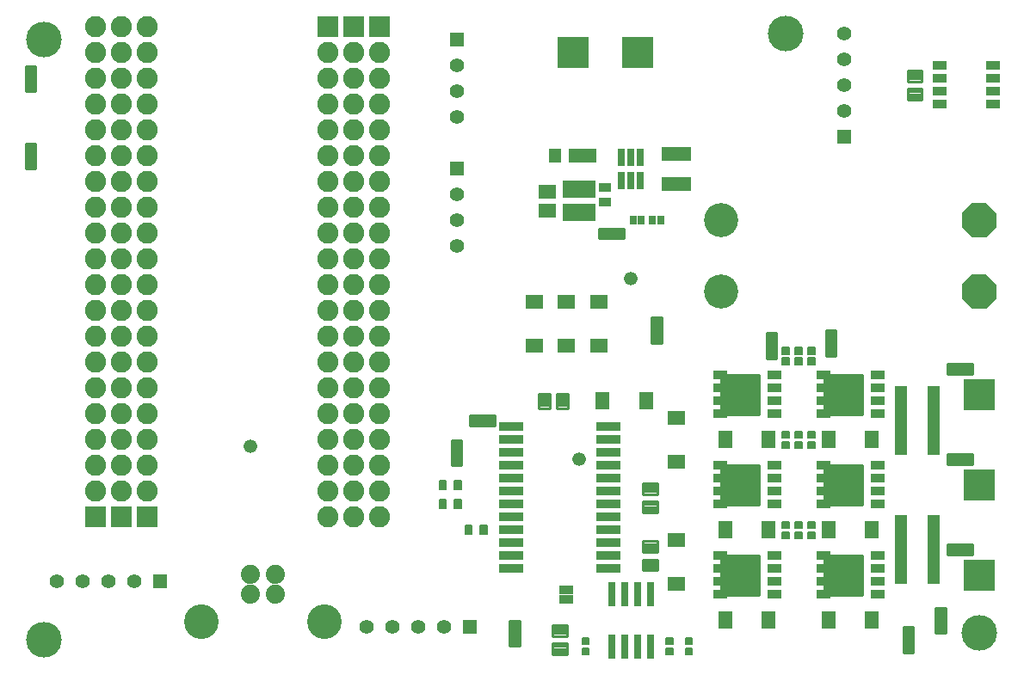
<source format=gts>
G75*
%MOIN*%
%OFA0B0*%
%FSLAX25Y25*%
%IPPOS*%
%LPD*%
%AMOC8*
5,1,8,0,0,1.08239X$1,22.5*
%
%ADD10R,0.05800X0.03300*%
%ADD11C,0.01580*%
%ADD12R,0.04737X0.26784*%
%ADD13R,0.12000X0.12000*%
%ADD14C,0.00632*%
%ADD15R,0.09658X0.03359*%
%ADD16C,0.13200*%
%ADD17OC8,0.13200*%
%ADD18C,0.01066*%
%ADD19R,0.06587X0.05800*%
%ADD20R,0.05800X0.06587*%
%ADD21R,0.03162X0.09461*%
%ADD22R,0.08200X0.08200*%
%ADD23C,0.08200*%
%ADD24R,0.04600X0.03400*%
%ADD25R,0.11400X0.05200*%
%ADD26R,0.06500X0.05200*%
%ADD27R,0.10700X0.05700*%
%ADD28R,0.05000X0.05700*%
%ADD29R,0.12800X0.06800*%
%ADD30R,0.03000X0.03200*%
%ADD31R,0.03000X0.07000*%
%ADD32C,0.00960*%
%ADD33R,0.05550X0.05550*%
%ADD34C,0.05550*%
%ADD35C,0.07400*%
%ADD36C,0.13400*%
%ADD37R,0.05300X0.03800*%
%ADD38C,0.13800*%
%ADD39C,0.05209*%
D10*
X0243833Y0055878D03*
X0243833Y0059422D03*
X0303333Y0057650D03*
X0303333Y0062650D03*
X0303333Y0067650D03*
X0303333Y0072650D03*
X0303333Y0092650D03*
X0303333Y0097650D03*
X0303333Y0102650D03*
X0303333Y0107650D03*
X0303333Y0127650D03*
X0303333Y0132650D03*
X0303333Y0137650D03*
X0303333Y0142650D03*
X0324333Y0142650D03*
X0324333Y0137650D03*
X0324333Y0132650D03*
X0324333Y0127650D03*
X0343333Y0127650D03*
X0343333Y0132650D03*
X0343333Y0137650D03*
X0343333Y0142650D03*
X0364333Y0142650D03*
X0364333Y0137650D03*
X0364333Y0132650D03*
X0364333Y0127650D03*
X0364333Y0107650D03*
X0364333Y0102650D03*
X0364333Y0097650D03*
X0364333Y0092650D03*
X0364333Y0072650D03*
X0364333Y0067650D03*
X0364333Y0062650D03*
X0364333Y0057650D03*
X0343333Y0057650D03*
X0343333Y0062650D03*
X0343333Y0067650D03*
X0343333Y0072650D03*
X0324333Y0072650D03*
X0324333Y0067650D03*
X0324333Y0062650D03*
X0324333Y0057650D03*
X0324333Y0092650D03*
X0324333Y0097650D03*
X0324333Y0102650D03*
X0324333Y0107650D03*
X0343333Y0107650D03*
X0343333Y0102650D03*
X0343333Y0097650D03*
X0343333Y0092650D03*
D11*
X0344023Y0092840D02*
X0344023Y0107460D01*
X0358243Y0107460D01*
X0358243Y0092840D01*
X0344023Y0092840D01*
X0344023Y0094419D02*
X0358243Y0094419D01*
X0358243Y0095998D02*
X0344023Y0095998D01*
X0344023Y0097577D02*
X0358243Y0097577D01*
X0358243Y0099156D02*
X0344023Y0099156D01*
X0344023Y0100735D02*
X0358243Y0100735D01*
X0358243Y0102314D02*
X0344023Y0102314D01*
X0344023Y0103893D02*
X0358243Y0103893D01*
X0358243Y0105472D02*
X0344023Y0105472D01*
X0344023Y0107051D02*
X0358243Y0107051D01*
X0344023Y0127840D02*
X0344023Y0142460D01*
X0358243Y0142460D01*
X0358243Y0127840D01*
X0344023Y0127840D01*
X0344023Y0129419D02*
X0358243Y0129419D01*
X0358243Y0130998D02*
X0344023Y0130998D01*
X0344023Y0132577D02*
X0358243Y0132577D01*
X0358243Y0134156D02*
X0344023Y0134156D01*
X0344023Y0135735D02*
X0358243Y0135735D01*
X0358243Y0137314D02*
X0344023Y0137314D01*
X0344023Y0138893D02*
X0358243Y0138893D01*
X0358243Y0140472D02*
X0344023Y0140472D01*
X0344023Y0142051D02*
X0358243Y0142051D01*
X0304023Y0142460D02*
X0304023Y0127840D01*
X0304023Y0142460D02*
X0318243Y0142460D01*
X0318243Y0127840D01*
X0304023Y0127840D01*
X0304023Y0129419D02*
X0318243Y0129419D01*
X0318243Y0130998D02*
X0304023Y0130998D01*
X0304023Y0132577D02*
X0318243Y0132577D01*
X0318243Y0134156D02*
X0304023Y0134156D01*
X0304023Y0135735D02*
X0318243Y0135735D01*
X0318243Y0137314D02*
X0304023Y0137314D01*
X0304023Y0138893D02*
X0318243Y0138893D01*
X0318243Y0140472D02*
X0304023Y0140472D01*
X0304023Y0142051D02*
X0318243Y0142051D01*
X0304023Y0107460D02*
X0304023Y0092840D01*
X0304023Y0107460D02*
X0318243Y0107460D01*
X0318243Y0092840D01*
X0304023Y0092840D01*
X0304023Y0094419D02*
X0318243Y0094419D01*
X0318243Y0095998D02*
X0304023Y0095998D01*
X0304023Y0097577D02*
X0318243Y0097577D01*
X0318243Y0099156D02*
X0304023Y0099156D01*
X0304023Y0100735D02*
X0318243Y0100735D01*
X0318243Y0102314D02*
X0304023Y0102314D01*
X0304023Y0103893D02*
X0318243Y0103893D01*
X0318243Y0105472D02*
X0304023Y0105472D01*
X0304023Y0107051D02*
X0318243Y0107051D01*
X0304023Y0072460D02*
X0304023Y0057840D01*
X0304023Y0072460D02*
X0318243Y0072460D01*
X0318243Y0057840D01*
X0304023Y0057840D01*
X0304023Y0059419D02*
X0318243Y0059419D01*
X0318243Y0060998D02*
X0304023Y0060998D01*
X0304023Y0062577D02*
X0318243Y0062577D01*
X0318243Y0064156D02*
X0304023Y0064156D01*
X0304023Y0065735D02*
X0318243Y0065735D01*
X0318243Y0067314D02*
X0304023Y0067314D01*
X0304023Y0068893D02*
X0318243Y0068893D01*
X0318243Y0070472D02*
X0304023Y0070472D01*
X0304023Y0072051D02*
X0318243Y0072051D01*
X0344023Y0072460D02*
X0344023Y0057840D01*
X0344023Y0072460D02*
X0358243Y0072460D01*
X0358243Y0057840D01*
X0344023Y0057840D01*
X0344023Y0059419D02*
X0358243Y0059419D01*
X0358243Y0060998D02*
X0344023Y0060998D01*
X0344023Y0062577D02*
X0358243Y0062577D01*
X0358243Y0064156D02*
X0344023Y0064156D01*
X0344023Y0065735D02*
X0358243Y0065735D01*
X0358243Y0067314D02*
X0344023Y0067314D01*
X0344023Y0068893D02*
X0358243Y0068893D01*
X0358243Y0070472D02*
X0344023Y0070472D01*
X0344023Y0072051D02*
X0358243Y0072051D01*
D12*
X0373534Y0075150D03*
X0386133Y0075150D03*
X0386133Y0125150D03*
X0373534Y0125150D03*
D13*
X0403833Y0135150D03*
X0403833Y0100150D03*
X0403833Y0065150D03*
X0271333Y0267650D03*
X0246333Y0267650D03*
D14*
X0327568Y0153384D02*
X0327568Y0150854D01*
X0327568Y0153384D02*
X0330098Y0153384D01*
X0330098Y0150854D01*
X0327568Y0150854D01*
X0327568Y0151485D02*
X0330098Y0151485D01*
X0330098Y0152116D02*
X0327568Y0152116D01*
X0327568Y0152747D02*
X0330098Y0152747D01*
X0330098Y0153378D02*
X0327568Y0153378D01*
X0327568Y0149446D02*
X0327568Y0146916D01*
X0327568Y0149446D02*
X0330098Y0149446D01*
X0330098Y0146916D01*
X0327568Y0146916D01*
X0327568Y0147547D02*
X0330098Y0147547D01*
X0330098Y0148178D02*
X0327568Y0148178D01*
X0327568Y0148809D02*
X0330098Y0148809D01*
X0330098Y0149440D02*
X0327568Y0149440D01*
X0332568Y0149446D02*
X0332568Y0146916D01*
X0332568Y0149446D02*
X0335098Y0149446D01*
X0335098Y0146916D01*
X0332568Y0146916D01*
X0332568Y0147547D02*
X0335098Y0147547D01*
X0335098Y0148178D02*
X0332568Y0148178D01*
X0332568Y0148809D02*
X0335098Y0148809D01*
X0335098Y0149440D02*
X0332568Y0149440D01*
X0332568Y0150854D02*
X0332568Y0153384D01*
X0335098Y0153384D01*
X0335098Y0150854D01*
X0332568Y0150854D01*
X0332568Y0151485D02*
X0335098Y0151485D01*
X0335098Y0152116D02*
X0332568Y0152116D01*
X0332568Y0152747D02*
X0335098Y0152747D01*
X0335098Y0153378D02*
X0332568Y0153378D01*
X0337568Y0153384D02*
X0337568Y0150854D01*
X0337568Y0153384D02*
X0340098Y0153384D01*
X0340098Y0150854D01*
X0337568Y0150854D01*
X0337568Y0151485D02*
X0340098Y0151485D01*
X0340098Y0152116D02*
X0337568Y0152116D01*
X0337568Y0152747D02*
X0340098Y0152747D01*
X0340098Y0153378D02*
X0337568Y0153378D01*
X0337568Y0149446D02*
X0337568Y0146916D01*
X0337568Y0149446D02*
X0340098Y0149446D01*
X0340098Y0146916D01*
X0337568Y0146916D01*
X0337568Y0147547D02*
X0340098Y0147547D01*
X0340098Y0148178D02*
X0337568Y0148178D01*
X0337568Y0148809D02*
X0340098Y0148809D01*
X0340098Y0149440D02*
X0337568Y0149440D01*
X0337568Y0120884D02*
X0337568Y0118354D01*
X0337568Y0120884D02*
X0340098Y0120884D01*
X0340098Y0118354D01*
X0337568Y0118354D01*
X0337568Y0118985D02*
X0340098Y0118985D01*
X0340098Y0119616D02*
X0337568Y0119616D01*
X0337568Y0120247D02*
X0340098Y0120247D01*
X0340098Y0120878D02*
X0337568Y0120878D01*
X0332568Y0120884D02*
X0332568Y0118354D01*
X0332568Y0120884D02*
X0335098Y0120884D01*
X0335098Y0118354D01*
X0332568Y0118354D01*
X0332568Y0118985D02*
X0335098Y0118985D01*
X0335098Y0119616D02*
X0332568Y0119616D01*
X0332568Y0120247D02*
X0335098Y0120247D01*
X0335098Y0120878D02*
X0332568Y0120878D01*
X0327568Y0120884D02*
X0327568Y0118354D01*
X0327568Y0120884D02*
X0330098Y0120884D01*
X0330098Y0118354D01*
X0327568Y0118354D01*
X0327568Y0118985D02*
X0330098Y0118985D01*
X0330098Y0119616D02*
X0327568Y0119616D01*
X0327568Y0120247D02*
X0330098Y0120247D01*
X0330098Y0120878D02*
X0327568Y0120878D01*
X0327568Y0116946D02*
X0327568Y0114416D01*
X0327568Y0116946D02*
X0330098Y0116946D01*
X0330098Y0114416D01*
X0327568Y0114416D01*
X0327568Y0115047D02*
X0330098Y0115047D01*
X0330098Y0115678D02*
X0327568Y0115678D01*
X0327568Y0116309D02*
X0330098Y0116309D01*
X0330098Y0116940D02*
X0327568Y0116940D01*
X0332568Y0116946D02*
X0332568Y0114416D01*
X0332568Y0116946D02*
X0335098Y0116946D01*
X0335098Y0114416D01*
X0332568Y0114416D01*
X0332568Y0115047D02*
X0335098Y0115047D01*
X0335098Y0115678D02*
X0332568Y0115678D01*
X0332568Y0116309D02*
X0335098Y0116309D01*
X0335098Y0116940D02*
X0332568Y0116940D01*
X0337568Y0116946D02*
X0337568Y0114416D01*
X0337568Y0116946D02*
X0340098Y0116946D01*
X0340098Y0114416D01*
X0337568Y0114416D01*
X0337568Y0115047D02*
X0340098Y0115047D01*
X0340098Y0115678D02*
X0337568Y0115678D01*
X0337568Y0116309D02*
X0340098Y0116309D01*
X0340098Y0116940D02*
X0337568Y0116940D01*
X0337568Y0085884D02*
X0337568Y0083354D01*
X0337568Y0085884D02*
X0340098Y0085884D01*
X0340098Y0083354D01*
X0337568Y0083354D01*
X0337568Y0083985D02*
X0340098Y0083985D01*
X0340098Y0084616D02*
X0337568Y0084616D01*
X0337568Y0085247D02*
X0340098Y0085247D01*
X0340098Y0085878D02*
X0337568Y0085878D01*
X0332568Y0085884D02*
X0332568Y0083354D01*
X0332568Y0085884D02*
X0335098Y0085884D01*
X0335098Y0083354D01*
X0332568Y0083354D01*
X0332568Y0083985D02*
X0335098Y0083985D01*
X0335098Y0084616D02*
X0332568Y0084616D01*
X0332568Y0085247D02*
X0335098Y0085247D01*
X0335098Y0085878D02*
X0332568Y0085878D01*
X0327568Y0085884D02*
X0327568Y0083354D01*
X0327568Y0085884D02*
X0330098Y0085884D01*
X0330098Y0083354D01*
X0327568Y0083354D01*
X0327568Y0083985D02*
X0330098Y0083985D01*
X0330098Y0084616D02*
X0327568Y0084616D01*
X0327568Y0085247D02*
X0330098Y0085247D01*
X0330098Y0085878D02*
X0327568Y0085878D01*
X0327568Y0081946D02*
X0327568Y0079416D01*
X0327568Y0081946D02*
X0330098Y0081946D01*
X0330098Y0079416D01*
X0327568Y0079416D01*
X0327568Y0080047D02*
X0330098Y0080047D01*
X0330098Y0080678D02*
X0327568Y0080678D01*
X0327568Y0081309D02*
X0330098Y0081309D01*
X0330098Y0081940D02*
X0327568Y0081940D01*
X0332568Y0081946D02*
X0332568Y0079416D01*
X0332568Y0081946D02*
X0335098Y0081946D01*
X0335098Y0079416D01*
X0332568Y0079416D01*
X0332568Y0080047D02*
X0335098Y0080047D01*
X0335098Y0080678D02*
X0332568Y0080678D01*
X0332568Y0081309D02*
X0335098Y0081309D01*
X0335098Y0081940D02*
X0332568Y0081940D01*
X0337568Y0081946D02*
X0337568Y0079416D01*
X0337568Y0081946D02*
X0340098Y0081946D01*
X0340098Y0079416D01*
X0337568Y0079416D01*
X0337568Y0080047D02*
X0340098Y0080047D01*
X0340098Y0080678D02*
X0337568Y0080678D01*
X0337568Y0081309D02*
X0340098Y0081309D01*
X0340098Y0081940D02*
X0337568Y0081940D01*
X0292598Y0040884D02*
X0292598Y0038354D01*
X0290068Y0038354D01*
X0290068Y0040884D01*
X0292598Y0040884D01*
X0292598Y0038985D02*
X0290068Y0038985D01*
X0290068Y0039616D02*
X0292598Y0039616D01*
X0292598Y0040247D02*
X0290068Y0040247D01*
X0290068Y0040878D02*
X0292598Y0040878D01*
X0292598Y0036946D02*
X0292598Y0034416D01*
X0290068Y0034416D01*
X0290068Y0036946D01*
X0292598Y0036946D01*
X0292598Y0035047D02*
X0290068Y0035047D01*
X0290068Y0035678D02*
X0292598Y0035678D01*
X0292598Y0036309D02*
X0290068Y0036309D01*
X0290068Y0036940D02*
X0292598Y0036940D01*
X0282568Y0036946D02*
X0282568Y0034416D01*
X0282568Y0036946D02*
X0285098Y0036946D01*
X0285098Y0034416D01*
X0282568Y0034416D01*
X0282568Y0035047D02*
X0285098Y0035047D01*
X0285098Y0035678D02*
X0282568Y0035678D01*
X0282568Y0036309D02*
X0285098Y0036309D01*
X0285098Y0036940D02*
X0282568Y0036940D01*
X0282568Y0038354D02*
X0282568Y0040884D01*
X0285098Y0040884D01*
X0285098Y0038354D01*
X0282568Y0038354D01*
X0282568Y0038985D02*
X0285098Y0038985D01*
X0285098Y0039616D02*
X0282568Y0039616D01*
X0282568Y0040247D02*
X0285098Y0040247D01*
X0285098Y0040878D02*
X0282568Y0040878D01*
X0252598Y0040884D02*
X0252598Y0038354D01*
X0250068Y0038354D01*
X0250068Y0040884D01*
X0252598Y0040884D01*
X0252598Y0038985D02*
X0250068Y0038985D01*
X0250068Y0039616D02*
X0252598Y0039616D01*
X0252598Y0040247D02*
X0250068Y0040247D01*
X0250068Y0040878D02*
X0252598Y0040878D01*
X0252598Y0036946D02*
X0252598Y0034416D01*
X0250068Y0034416D01*
X0250068Y0036946D01*
X0252598Y0036946D01*
X0252598Y0035047D02*
X0250068Y0035047D01*
X0250068Y0035678D02*
X0252598Y0035678D01*
X0252598Y0036309D02*
X0250068Y0036309D01*
X0250068Y0036940D02*
X0252598Y0036940D01*
X0213012Y0084309D02*
X0210482Y0084309D01*
X0213012Y0084309D02*
X0213012Y0080991D01*
X0210482Y0080991D01*
X0210482Y0084309D01*
X0210482Y0081622D02*
X0213012Y0081622D01*
X0213012Y0082253D02*
X0210482Y0082253D01*
X0210482Y0082884D02*
X0213012Y0082884D01*
X0213012Y0083515D02*
X0210482Y0083515D01*
X0210482Y0084146D02*
X0213012Y0084146D01*
X0207185Y0084309D02*
X0204655Y0084309D01*
X0207185Y0084309D02*
X0207185Y0080991D01*
X0204655Y0080991D01*
X0204655Y0084309D01*
X0204655Y0081622D02*
X0207185Y0081622D01*
X0207185Y0082253D02*
X0204655Y0082253D01*
X0204655Y0082884D02*
X0207185Y0082884D01*
X0207185Y0083515D02*
X0204655Y0083515D01*
X0204655Y0084146D02*
X0207185Y0084146D01*
X0203012Y0090991D02*
X0200482Y0090991D01*
X0200482Y0094309D01*
X0203012Y0094309D01*
X0203012Y0090991D01*
X0203012Y0091622D02*
X0200482Y0091622D01*
X0200482Y0092253D02*
X0203012Y0092253D01*
X0203012Y0092884D02*
X0200482Y0092884D01*
X0200482Y0093515D02*
X0203012Y0093515D01*
X0203012Y0094146D02*
X0200482Y0094146D01*
X0197185Y0090991D02*
X0194655Y0090991D01*
X0194655Y0094309D01*
X0197185Y0094309D01*
X0197185Y0090991D01*
X0197185Y0091622D02*
X0194655Y0091622D01*
X0194655Y0092253D02*
X0197185Y0092253D01*
X0197185Y0092884D02*
X0194655Y0092884D01*
X0194655Y0093515D02*
X0197185Y0093515D01*
X0197185Y0094146D02*
X0194655Y0094146D01*
X0194655Y0101809D02*
X0197185Y0101809D01*
X0197185Y0098491D01*
X0194655Y0098491D01*
X0194655Y0101809D01*
X0194655Y0099122D02*
X0197185Y0099122D01*
X0197185Y0099753D02*
X0194655Y0099753D01*
X0194655Y0100384D02*
X0197185Y0100384D01*
X0197185Y0101015D02*
X0194655Y0101015D01*
X0194655Y0101646D02*
X0197185Y0101646D01*
X0200482Y0101809D02*
X0203012Y0101809D01*
X0203012Y0098491D01*
X0200482Y0098491D01*
X0200482Y0101809D01*
X0200482Y0099122D02*
X0203012Y0099122D01*
X0203012Y0099753D02*
X0200482Y0099753D01*
X0200482Y0100384D02*
X0203012Y0100384D01*
X0203012Y0101015D02*
X0200482Y0101015D01*
X0200482Y0101646D02*
X0203012Y0101646D01*
D15*
X0222633Y0102650D03*
X0222633Y0097650D03*
X0222633Y0092650D03*
X0222633Y0087650D03*
X0222633Y0082650D03*
X0222633Y0077650D03*
X0222633Y0072650D03*
X0222633Y0067650D03*
X0260034Y0067650D03*
X0260034Y0072650D03*
X0260034Y0077650D03*
X0260034Y0082650D03*
X0260034Y0087650D03*
X0260034Y0092650D03*
X0260034Y0097650D03*
X0260034Y0102650D03*
X0260034Y0107650D03*
X0260034Y0112650D03*
X0260034Y0117650D03*
X0260034Y0122650D03*
X0222633Y0122650D03*
X0222633Y0117650D03*
X0222633Y0112650D03*
X0222633Y0107650D03*
D16*
X0303833Y0175150D03*
X0303833Y0202650D03*
D17*
X0403833Y0202650D03*
X0403833Y0175150D03*
D18*
X0381554Y0249476D02*
X0376112Y0249476D01*
X0376112Y0253738D01*
X0381554Y0253738D01*
X0381554Y0249476D01*
X0381554Y0250541D02*
X0376112Y0250541D01*
X0376112Y0251606D02*
X0381554Y0251606D01*
X0381554Y0252671D02*
X0376112Y0252671D01*
X0376112Y0253736D02*
X0381554Y0253736D01*
X0381554Y0256562D02*
X0376112Y0256562D01*
X0376112Y0260824D01*
X0381554Y0260824D01*
X0381554Y0256562D01*
X0381554Y0257627D02*
X0376112Y0257627D01*
X0376112Y0258692D02*
X0381554Y0258692D01*
X0381554Y0259757D02*
X0376112Y0259757D01*
X0376112Y0260822D02*
X0381554Y0260822D01*
X0244508Y0135371D02*
X0244508Y0129929D01*
X0240246Y0129929D01*
X0240246Y0135371D01*
X0244508Y0135371D01*
X0244508Y0130994D02*
X0240246Y0130994D01*
X0240246Y0132059D02*
X0244508Y0132059D01*
X0244508Y0133124D02*
X0240246Y0133124D01*
X0240246Y0134189D02*
X0244508Y0134189D01*
X0244508Y0135254D02*
X0240246Y0135254D01*
X0237421Y0135371D02*
X0237421Y0129929D01*
X0233159Y0129929D01*
X0233159Y0135371D01*
X0237421Y0135371D01*
X0237421Y0130994D02*
X0233159Y0130994D01*
X0233159Y0132059D02*
X0237421Y0132059D01*
X0237421Y0133124D02*
X0233159Y0133124D01*
X0233159Y0134189D02*
X0237421Y0134189D01*
X0237421Y0135254D02*
X0233159Y0135254D01*
X0273612Y0100824D02*
X0279054Y0100824D01*
X0279054Y0096562D01*
X0273612Y0096562D01*
X0273612Y0100824D01*
X0273612Y0097627D02*
X0279054Y0097627D01*
X0279054Y0098692D02*
X0273612Y0098692D01*
X0273612Y0099757D02*
X0279054Y0099757D01*
X0279054Y0100822D02*
X0273612Y0100822D01*
X0273612Y0093738D02*
X0279054Y0093738D01*
X0279054Y0089476D01*
X0273612Y0089476D01*
X0273612Y0093738D01*
X0273612Y0090541D02*
X0279054Y0090541D01*
X0279054Y0091606D02*
X0273612Y0091606D01*
X0273612Y0092671D02*
X0279054Y0092671D01*
X0279054Y0093736D02*
X0273612Y0093736D01*
X0273612Y0078324D02*
X0279054Y0078324D01*
X0279054Y0074062D01*
X0273612Y0074062D01*
X0273612Y0078324D01*
X0273612Y0075127D02*
X0279054Y0075127D01*
X0279054Y0076192D02*
X0273612Y0076192D01*
X0273612Y0077257D02*
X0279054Y0077257D01*
X0279054Y0078322D02*
X0273612Y0078322D01*
X0273612Y0071238D02*
X0279054Y0071238D01*
X0279054Y0066976D01*
X0273612Y0066976D01*
X0273612Y0071238D01*
X0273612Y0068041D02*
X0279054Y0068041D01*
X0279054Y0069106D02*
X0273612Y0069106D01*
X0273612Y0070171D02*
X0279054Y0070171D01*
X0279054Y0071236D02*
X0273612Y0071236D01*
X0244054Y0041562D02*
X0238612Y0041562D01*
X0238612Y0045824D01*
X0244054Y0045824D01*
X0244054Y0041562D01*
X0244054Y0042627D02*
X0238612Y0042627D01*
X0238612Y0043692D02*
X0244054Y0043692D01*
X0244054Y0044757D02*
X0238612Y0044757D01*
X0238612Y0045822D02*
X0244054Y0045822D01*
X0244054Y0034476D02*
X0238612Y0034476D01*
X0238612Y0038738D01*
X0244054Y0038738D01*
X0244054Y0034476D01*
X0244054Y0035541D02*
X0238612Y0035541D01*
X0238612Y0036606D02*
X0244054Y0036606D01*
X0244054Y0037671D02*
X0238612Y0037671D01*
X0238612Y0038736D02*
X0244054Y0038736D01*
D19*
X0286333Y0061685D03*
X0286333Y0078615D03*
X0286333Y0109185D03*
X0286333Y0126115D03*
X0256333Y0154185D03*
X0243833Y0154185D03*
X0231333Y0154185D03*
X0231333Y0171115D03*
X0243833Y0171115D03*
X0256333Y0171115D03*
D20*
X0257869Y0132650D03*
X0274798Y0132650D03*
X0305369Y0117650D03*
X0322298Y0117650D03*
X0345369Y0117650D03*
X0362298Y0117650D03*
X0362298Y0082650D03*
X0345369Y0082650D03*
X0322298Y0082650D03*
X0305369Y0082650D03*
X0305369Y0047650D03*
X0322298Y0047650D03*
X0345369Y0047650D03*
X0362298Y0047650D03*
D21*
X0276333Y0037414D03*
X0271333Y0037414D03*
X0266333Y0037414D03*
X0261333Y0037414D03*
X0261333Y0057886D03*
X0266333Y0057886D03*
X0271333Y0057886D03*
X0276333Y0057886D03*
D22*
X0081333Y0087650D03*
X0071333Y0087650D03*
X0061333Y0087650D03*
X0151333Y0277650D03*
X0161333Y0277650D03*
X0171333Y0277650D03*
D23*
X0171333Y0267650D03*
X0161333Y0267650D03*
X0151333Y0267650D03*
X0151333Y0257650D03*
X0161333Y0257650D03*
X0171333Y0257650D03*
X0171333Y0247650D03*
X0161333Y0247650D03*
X0151333Y0247650D03*
X0151333Y0237650D03*
X0161333Y0237650D03*
X0171333Y0237650D03*
X0171333Y0227650D03*
X0161333Y0227650D03*
X0151333Y0227650D03*
X0151333Y0217650D03*
X0161333Y0217650D03*
X0171333Y0217650D03*
X0171333Y0207650D03*
X0161333Y0207650D03*
X0151333Y0207650D03*
X0151333Y0197650D03*
X0151333Y0187650D03*
X0161333Y0187650D03*
X0161333Y0197650D03*
X0171333Y0197650D03*
X0171333Y0187650D03*
X0171333Y0177650D03*
X0161333Y0177650D03*
X0151333Y0177650D03*
X0151333Y0167650D03*
X0161333Y0167650D03*
X0171333Y0167650D03*
X0171333Y0157650D03*
X0161333Y0157650D03*
X0151333Y0157650D03*
X0151333Y0147650D03*
X0151333Y0137650D03*
X0161333Y0137650D03*
X0161333Y0147650D03*
X0171333Y0147650D03*
X0171333Y0137650D03*
X0171333Y0127650D03*
X0161333Y0127650D03*
X0151333Y0127650D03*
X0151333Y0117650D03*
X0161333Y0117650D03*
X0171333Y0117650D03*
X0171333Y0107650D03*
X0161333Y0107650D03*
X0151333Y0107650D03*
X0151333Y0097650D03*
X0151333Y0087650D03*
X0161333Y0087650D03*
X0161333Y0097650D03*
X0171333Y0097650D03*
X0171333Y0087650D03*
X0081333Y0097650D03*
X0071333Y0097650D03*
X0061333Y0097650D03*
X0061333Y0107650D03*
X0071333Y0107650D03*
X0081333Y0107650D03*
X0081333Y0117650D03*
X0071333Y0117650D03*
X0061333Y0117650D03*
X0061333Y0127650D03*
X0071333Y0127650D03*
X0081333Y0127650D03*
X0081333Y0137650D03*
X0071333Y0137650D03*
X0061333Y0137650D03*
X0061333Y0147650D03*
X0061333Y0157650D03*
X0071333Y0157650D03*
X0071333Y0147650D03*
X0081333Y0147650D03*
X0081333Y0157650D03*
X0081333Y0167650D03*
X0071333Y0167650D03*
X0061333Y0167650D03*
X0061333Y0177650D03*
X0071333Y0177650D03*
X0081333Y0177650D03*
X0081333Y0187650D03*
X0071333Y0187650D03*
X0061333Y0187650D03*
X0061333Y0197650D03*
X0061333Y0207650D03*
X0071333Y0207650D03*
X0071333Y0197650D03*
X0081333Y0197650D03*
X0081333Y0207650D03*
X0081333Y0217650D03*
X0071333Y0217650D03*
X0061333Y0217650D03*
X0061333Y0227650D03*
X0071333Y0227650D03*
X0081333Y0227650D03*
X0081333Y0237650D03*
X0071333Y0237650D03*
X0061333Y0237650D03*
X0061333Y0247650D03*
X0071333Y0247650D03*
X0081333Y0247650D03*
X0081333Y0257650D03*
X0071333Y0257650D03*
X0061333Y0257650D03*
X0061333Y0267650D03*
X0061333Y0277650D03*
X0071333Y0277650D03*
X0071333Y0267650D03*
X0081333Y0267650D03*
X0081333Y0277650D03*
D24*
X0258833Y0215400D03*
X0258833Y0209900D03*
D25*
X0286333Y0216750D03*
X0286333Y0228550D03*
D26*
X0236333Y0213700D03*
X0236333Y0206600D03*
D27*
X0250283Y0227650D03*
D28*
X0239533Y0227650D03*
D29*
X0248833Y0214650D03*
X0248833Y0205650D03*
D30*
X0269683Y0202650D03*
X0272983Y0202650D03*
X0277183Y0202650D03*
X0280483Y0202650D03*
D31*
X0272574Y0218050D03*
X0268833Y0218050D03*
X0265093Y0218050D03*
X0265093Y0227250D03*
X0268833Y0227250D03*
X0272574Y0227250D03*
D32*
X0266253Y0195730D02*
X0256413Y0195730D01*
X0256413Y0199570D01*
X0266253Y0199570D01*
X0266253Y0195730D01*
X0266253Y0196689D02*
X0256413Y0196689D01*
X0256413Y0197648D02*
X0266253Y0197648D01*
X0266253Y0198607D02*
X0256413Y0198607D01*
X0256413Y0199566D02*
X0266253Y0199566D01*
X0280753Y0165070D02*
X0280753Y0155230D01*
X0276913Y0155230D01*
X0276913Y0165070D01*
X0280753Y0165070D01*
X0280753Y0156189D02*
X0276913Y0156189D01*
X0276913Y0157148D02*
X0280753Y0157148D01*
X0280753Y0158107D02*
X0276913Y0158107D01*
X0276913Y0159066D02*
X0280753Y0159066D01*
X0280753Y0160025D02*
X0276913Y0160025D01*
X0276913Y0160984D02*
X0280753Y0160984D01*
X0280753Y0161943D02*
X0276913Y0161943D01*
X0276913Y0162902D02*
X0280753Y0162902D01*
X0280753Y0163861D02*
X0276913Y0163861D01*
X0276913Y0164820D02*
X0280753Y0164820D01*
X0325253Y0159070D02*
X0325253Y0149230D01*
X0321413Y0149230D01*
X0321413Y0159070D01*
X0325253Y0159070D01*
X0325253Y0150189D02*
X0321413Y0150189D01*
X0321413Y0151148D02*
X0325253Y0151148D01*
X0325253Y0152107D02*
X0321413Y0152107D01*
X0321413Y0153066D02*
X0325253Y0153066D01*
X0325253Y0154025D02*
X0321413Y0154025D01*
X0321413Y0154984D02*
X0325253Y0154984D01*
X0325253Y0155943D02*
X0321413Y0155943D01*
X0321413Y0156902D02*
X0325253Y0156902D01*
X0325253Y0157861D02*
X0321413Y0157861D01*
X0321413Y0158820D02*
X0325253Y0158820D01*
X0348253Y0160070D02*
X0348253Y0150230D01*
X0344413Y0150230D01*
X0344413Y0160070D01*
X0348253Y0160070D01*
X0348253Y0151189D02*
X0344413Y0151189D01*
X0344413Y0152148D02*
X0348253Y0152148D01*
X0348253Y0153107D02*
X0344413Y0153107D01*
X0344413Y0154066D02*
X0348253Y0154066D01*
X0348253Y0155025D02*
X0344413Y0155025D01*
X0344413Y0155984D02*
X0348253Y0155984D01*
X0348253Y0156943D02*
X0344413Y0156943D01*
X0344413Y0157902D02*
X0348253Y0157902D01*
X0348253Y0158861D02*
X0344413Y0158861D01*
X0344413Y0159820D02*
X0348253Y0159820D01*
X0391413Y0143230D02*
X0401253Y0143230D01*
X0391413Y0143230D02*
X0391413Y0147070D01*
X0401253Y0147070D01*
X0401253Y0143230D01*
X0401253Y0144189D02*
X0391413Y0144189D01*
X0391413Y0145148D02*
X0401253Y0145148D01*
X0401253Y0146107D02*
X0391413Y0146107D01*
X0391413Y0147066D02*
X0401253Y0147066D01*
X0401253Y0108230D02*
X0391413Y0108230D01*
X0391413Y0112070D01*
X0401253Y0112070D01*
X0401253Y0108230D01*
X0401253Y0109189D02*
X0391413Y0109189D01*
X0391413Y0110148D02*
X0401253Y0110148D01*
X0401253Y0111107D02*
X0391413Y0111107D01*
X0391413Y0112066D02*
X0401253Y0112066D01*
X0401253Y0073230D02*
X0391413Y0073230D01*
X0391413Y0077070D01*
X0401253Y0077070D01*
X0401253Y0073230D01*
X0401253Y0074189D02*
X0391413Y0074189D01*
X0391413Y0075148D02*
X0401253Y0075148D01*
X0401253Y0076107D02*
X0391413Y0076107D01*
X0391413Y0077066D02*
X0401253Y0077066D01*
X0390753Y0052570D02*
X0390753Y0042730D01*
X0386913Y0042730D01*
X0386913Y0052570D01*
X0390753Y0052570D01*
X0390753Y0043689D02*
X0386913Y0043689D01*
X0386913Y0044648D02*
X0390753Y0044648D01*
X0390753Y0045607D02*
X0386913Y0045607D01*
X0386913Y0046566D02*
X0390753Y0046566D01*
X0390753Y0047525D02*
X0386913Y0047525D01*
X0386913Y0048484D02*
X0390753Y0048484D01*
X0390753Y0049443D02*
X0386913Y0049443D01*
X0386913Y0050402D02*
X0390753Y0050402D01*
X0390753Y0051361D02*
X0386913Y0051361D01*
X0386913Y0052320D02*
X0390753Y0052320D01*
X0378253Y0045070D02*
X0378253Y0035230D01*
X0374413Y0035230D01*
X0374413Y0045070D01*
X0378253Y0045070D01*
X0378253Y0036189D02*
X0374413Y0036189D01*
X0374413Y0037148D02*
X0378253Y0037148D01*
X0378253Y0038107D02*
X0374413Y0038107D01*
X0374413Y0039066D02*
X0378253Y0039066D01*
X0378253Y0040025D02*
X0374413Y0040025D01*
X0374413Y0040984D02*
X0378253Y0040984D01*
X0378253Y0041943D02*
X0374413Y0041943D01*
X0374413Y0042902D02*
X0378253Y0042902D01*
X0378253Y0043861D02*
X0374413Y0043861D01*
X0374413Y0044820D02*
X0378253Y0044820D01*
X0225753Y0047570D02*
X0225753Y0037730D01*
X0221913Y0037730D01*
X0221913Y0047570D01*
X0225753Y0047570D01*
X0225753Y0038689D02*
X0221913Y0038689D01*
X0221913Y0039648D02*
X0225753Y0039648D01*
X0225753Y0040607D02*
X0221913Y0040607D01*
X0221913Y0041566D02*
X0225753Y0041566D01*
X0225753Y0042525D02*
X0221913Y0042525D01*
X0221913Y0043484D02*
X0225753Y0043484D01*
X0225753Y0044443D02*
X0221913Y0044443D01*
X0221913Y0045402D02*
X0225753Y0045402D01*
X0225753Y0046361D02*
X0221913Y0046361D01*
X0221913Y0047320D02*
X0225753Y0047320D01*
X0203253Y0107730D02*
X0203253Y0117570D01*
X0203253Y0107730D02*
X0199413Y0107730D01*
X0199413Y0117570D01*
X0203253Y0117570D01*
X0203253Y0108689D02*
X0199413Y0108689D01*
X0199413Y0109648D02*
X0203253Y0109648D01*
X0203253Y0110607D02*
X0199413Y0110607D01*
X0199413Y0111566D02*
X0203253Y0111566D01*
X0203253Y0112525D02*
X0199413Y0112525D01*
X0199413Y0113484D02*
X0203253Y0113484D01*
X0203253Y0114443D02*
X0199413Y0114443D01*
X0199413Y0115402D02*
X0203253Y0115402D01*
X0203253Y0116361D02*
X0199413Y0116361D01*
X0199413Y0117320D02*
X0203253Y0117320D01*
X0206413Y0123230D02*
X0216253Y0123230D01*
X0206413Y0123230D02*
X0206413Y0127070D01*
X0216253Y0127070D01*
X0216253Y0123230D01*
X0216253Y0124189D02*
X0206413Y0124189D01*
X0206413Y0125148D02*
X0216253Y0125148D01*
X0216253Y0126107D02*
X0206413Y0126107D01*
X0206413Y0127066D02*
X0216253Y0127066D01*
X0038253Y0222730D02*
X0038253Y0232570D01*
X0038253Y0222730D02*
X0034413Y0222730D01*
X0034413Y0232570D01*
X0038253Y0232570D01*
X0038253Y0223689D02*
X0034413Y0223689D01*
X0034413Y0224648D02*
X0038253Y0224648D01*
X0038253Y0225607D02*
X0034413Y0225607D01*
X0034413Y0226566D02*
X0038253Y0226566D01*
X0038253Y0227525D02*
X0034413Y0227525D01*
X0034413Y0228484D02*
X0038253Y0228484D01*
X0038253Y0229443D02*
X0034413Y0229443D01*
X0034413Y0230402D02*
X0038253Y0230402D01*
X0038253Y0231361D02*
X0034413Y0231361D01*
X0034413Y0232320D02*
X0038253Y0232320D01*
X0038253Y0252730D02*
X0038253Y0262570D01*
X0038253Y0252730D02*
X0034413Y0252730D01*
X0034413Y0262570D01*
X0038253Y0262570D01*
X0038253Y0253689D02*
X0034413Y0253689D01*
X0034413Y0254648D02*
X0038253Y0254648D01*
X0038253Y0255607D02*
X0034413Y0255607D01*
X0034413Y0256566D02*
X0038253Y0256566D01*
X0038253Y0257525D02*
X0034413Y0257525D01*
X0034413Y0258484D02*
X0038253Y0258484D01*
X0038253Y0259443D02*
X0034413Y0259443D01*
X0034413Y0260402D02*
X0038253Y0260402D01*
X0038253Y0261361D02*
X0034413Y0261361D01*
X0034413Y0262320D02*
X0038253Y0262320D01*
D33*
X0201333Y0272650D03*
X0201333Y0222650D03*
X0351333Y0235150D03*
X0206333Y0045150D03*
X0086333Y0062650D03*
D34*
X0076333Y0062650D03*
X0066333Y0062650D03*
X0056333Y0062650D03*
X0046333Y0062650D03*
X0166333Y0045150D03*
X0176333Y0045150D03*
X0186333Y0045150D03*
X0196333Y0045150D03*
X0201333Y0192650D03*
X0201333Y0202650D03*
X0201333Y0212650D03*
X0201333Y0242650D03*
X0201333Y0252650D03*
X0201333Y0262650D03*
X0351333Y0265150D03*
X0351333Y0255150D03*
X0351333Y0245150D03*
X0351333Y0275150D03*
D35*
X0131255Y0065450D03*
X0131255Y0057650D03*
X0121412Y0057650D03*
X0121412Y0065450D03*
D36*
X0102633Y0046950D03*
X0150033Y0046950D03*
D37*
X0388583Y0247650D03*
X0388583Y0252650D03*
X0388583Y0257650D03*
X0388583Y0262650D03*
X0409083Y0262650D03*
X0409083Y0257650D03*
X0409083Y0252650D03*
X0409083Y0247650D03*
D38*
X0041333Y0040150D03*
X0041333Y0272650D03*
X0328833Y0275150D03*
X0403833Y0042650D03*
D39*
X0268833Y0180150D03*
X0248833Y0110150D03*
X0121333Y0115150D03*
M02*

</source>
